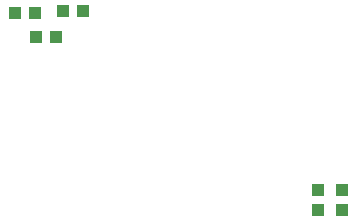
<source format=gbp>
G04 EAGLE Gerber RS-274X export*
G75*
%MOMM*%
%FSLAX34Y34*%
%LPD*%
%INSolderpaste Bottom*%
%IPPOS*%
%AMOC8*
5,1,8,0,0,1.08239X$1,22.5*%
G01*
%ADD10R,1.000000X1.100000*%
%ADD11R,1.100000X1.000000*%


D10*
X585788Y248675D03*
X585788Y265675D03*
X565150Y265675D03*
X565150Y248675D03*
D11*
X349640Y417195D03*
X366640Y417195D03*
X326463Y395288D03*
X343463Y395288D03*
X309000Y415925D03*
X326000Y415925D03*
M02*

</source>
